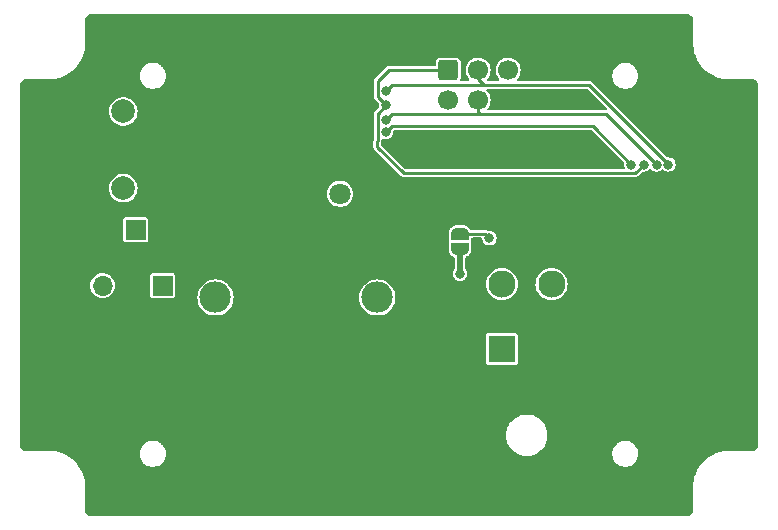
<source format=gbr>
%TF.GenerationSoftware,KiCad,Pcbnew,(7.0.0)*%
%TF.CreationDate,2025-02-23T22:01:52+09:00*%
%TF.ProjectId,EGTtoCANBus_Module,45475474-6f43-4414-9e42-75735f4d6f64,rev?*%
%TF.SameCoordinates,Original*%
%TF.FileFunction,Copper,L2,Bot*%
%TF.FilePolarity,Positive*%
%FSLAX46Y46*%
G04 Gerber Fmt 4.6, Leading zero omitted, Abs format (unit mm)*
G04 Created by KiCad (PCBNEW (7.0.0)) date 2025-02-23 22:01:52*
%MOMM*%
%LPD*%
G01*
G04 APERTURE LIST*
G04 Aperture macros list*
%AMRoundRect*
0 Rectangle with rounded corners*
0 $1 Rounding radius*
0 $2 $3 $4 $5 $6 $7 $8 $9 X,Y pos of 4 corners*
0 Add a 4 corners polygon primitive as box body*
4,1,4,$2,$3,$4,$5,$6,$7,$8,$9,$2,$3,0*
0 Add four circle primitives for the rounded corners*
1,1,$1+$1,$2,$3*
1,1,$1+$1,$4,$5*
1,1,$1+$1,$6,$7*
1,1,$1+$1,$8,$9*
0 Add four rect primitives between the rounded corners*
20,1,$1+$1,$2,$3,$4,$5,0*
20,1,$1+$1,$4,$5,$6,$7,0*
20,1,$1+$1,$6,$7,$8,$9,0*
20,1,$1+$1,$8,$9,$2,$3,0*%
%AMFreePoly0*
4,1,19,0.500000,-0.750000,0.000000,-0.750000,0.000000,-0.744911,-0.071157,-0.744911,-0.207708,-0.704816,-0.327430,-0.627875,-0.420627,-0.520320,-0.479746,-0.390866,-0.500000,-0.250000,-0.500000,0.250000,-0.479746,0.390866,-0.420627,0.520320,-0.327430,0.627875,-0.207708,0.704816,-0.071157,0.744911,0.000000,0.744911,0.000000,0.750000,0.500000,0.750000,0.500000,-0.750000,0.500000,-0.750000,
$1*%
%AMFreePoly1*
4,1,19,0.000000,0.744911,0.071157,0.744911,0.207708,0.704816,0.327430,0.627875,0.420627,0.520320,0.479746,0.390866,0.500000,0.250000,0.500000,-0.250000,0.479746,-0.390866,0.420627,-0.520320,0.327430,-0.627875,0.207708,-0.704816,0.071157,-0.744911,0.000000,-0.744911,0.000000,-0.750000,-0.500000,-0.750000,-0.500000,0.750000,0.000000,0.750000,0.000000,0.744911,0.000000,0.744911,
$1*%
G04 Aperture macros list end*
%TA.AperFunction,ComponentPad*%
%ADD10R,1.700000X1.700000*%
%TD*%
%TA.AperFunction,ComponentPad*%
%ADD11O,1.700000X1.700000*%
%TD*%
%TA.AperFunction,SMDPad,CuDef*%
%ADD12FreePoly0,270.000000*%
%TD*%
%TA.AperFunction,SMDPad,CuDef*%
%ADD13FreePoly1,270.000000*%
%TD*%
%TA.AperFunction,ComponentPad*%
%ADD14R,2.300000X2.300000*%
%TD*%
%TA.AperFunction,ComponentPad*%
%ADD15C,2.300000*%
%TD*%
%TA.AperFunction,ComponentPad*%
%ADD16R,1.800000X1.800000*%
%TD*%
%TA.AperFunction,ComponentPad*%
%ADD17C,1.800000*%
%TD*%
%TA.AperFunction,ComponentPad*%
%ADD18C,2.655000*%
%TD*%
%TA.AperFunction,ComponentPad*%
%ADD19C,2.000000*%
%TD*%
%TA.AperFunction,ComponentPad*%
%ADD20RoundRect,0.250000X-0.600000X0.600000X-0.600000X-0.600000X0.600000X-0.600000X0.600000X0.600000X0*%
%TD*%
%TA.AperFunction,ComponentPad*%
%ADD21C,1.700000*%
%TD*%
%TA.AperFunction,ViaPad*%
%ADD22C,0.800000*%
%TD*%
%TA.AperFunction,Conductor*%
%ADD23C,0.250000*%
%TD*%
%TA.AperFunction,Conductor*%
%ADD24C,0.500000*%
%TD*%
G04 APERTURE END LIST*
D10*
%TO.P,JP3,1,A*%
%TO.N,Net-(JP3-A)*%
X150289999Y-69774999D03*
D11*
%TO.P,JP3,2,B*%
%TO.N,GND*%
X147749999Y-69774999D03*
%TD*%
D10*
%TO.P,JP2,1,A*%
%TO.N,Net-(JP2-A)*%
X152579999Y-74499999D03*
D11*
%TO.P,JP2,2,C*%
%TO.N,GND*%
X150039999Y-74499999D03*
%TO.P,JP2,3,B*%
%TO.N,Net-(JP2-B)*%
X147499999Y-74499999D03*
%TD*%
D12*
%TO.P,JP1,1,A*%
%TO.N,CANL*%
X177750000Y-70100000D03*
D13*
%TO.P,JP1,2,B*%
%TO.N,Net-(JP1-B)*%
X177750000Y-71400000D03*
%TD*%
D14*
%TO.P,J2,1,1*%
%TO.N,VCC*%
X181299999Y-79869999D03*
D15*
%TO.P,J2,2,2*%
%TO.N,GND*%
X185500000Y-79870000D03*
%TO.P,J2,3,3*%
%TO.N,CANL*%
X181300000Y-74370000D03*
%TO.P,J2,4,4*%
%TO.N,CANH*%
X185500000Y-74370000D03*
%TD*%
D16*
%TO.P,D1,1,K*%
%TO.N,GND*%
X167599999Y-64199999D03*
D17*
%TO.P,D1,2,A*%
%TO.N,Net-(D1-A)*%
X167600000Y-66740000D03*
%TD*%
D18*
%TO.P,J3,N,NEG*%
%TO.N,Net-(J3-NEG)*%
X170750000Y-75500000D03*
%TO.P,J3,P,POS*%
%TO.N,Net-(J3-POS)*%
X157050000Y-75500000D03*
%TO.P,J3,S1,SHIELD*%
%TO.N,GND*%
X156150000Y-89000000D03*
%TO.P,J3,S2,SHIELD*%
X171850000Y-89000000D03*
%TD*%
D19*
%TO.P,RESET,1,1*%
%TO.N,GND*%
X144750000Y-59750000D03*
X144750000Y-66250000D03*
%TO.P,RESET,2,2*%
%TO.N,RST*%
X149250000Y-59750000D03*
X149250000Y-66250000D03*
%TD*%
D20*
%TO.P,J1,1,MISO*%
%TO.N,MISO*%
X176750000Y-56250000D03*
D21*
%TO.P,J1,2,VCC*%
%TO.N,+5V*%
X176750000Y-58790000D03*
%TO.P,J1,3,SCK*%
%TO.N,SCK*%
X179290000Y-56250000D03*
%TO.P,J1,4,MOSI*%
%TO.N,MOSI*%
X179290000Y-58790000D03*
%TO.P,J1,5,~{RST}*%
%TO.N,RST*%
X181830000Y-56250000D03*
%TO.P,J1,6,GND*%
%TO.N,GND*%
X181830000Y-58790000D03*
%TD*%
D22*
%TO.N,GND*%
X196000000Y-80000000D03*
X196000000Y-93000000D03*
X194750000Y-57250000D03*
X161250000Y-64750000D03*
X197000000Y-81000000D03*
X196000000Y-79000000D03*
X194750000Y-58500000D03*
X168250000Y-71750000D03*
X187000000Y-66800000D03*
X197500000Y-57250000D03*
X159750000Y-64750000D03*
X173000000Y-63000000D03*
X198000000Y-80000000D03*
X198000000Y-81000000D03*
X198000000Y-79000000D03*
X197000000Y-84000000D03*
X196000000Y-57250000D03*
X186000000Y-63000000D03*
X196000000Y-86000000D03*
X148000000Y-77750000D03*
X157800000Y-80800000D03*
X176800000Y-63000000D03*
X198250000Y-65750000D03*
X197000000Y-86000000D03*
X196250000Y-67000000D03*
X155200000Y-85600000D03*
X188250000Y-58750000D03*
X191800000Y-81000000D03*
X196000000Y-58500000D03*
X190000000Y-74000000D03*
X184500000Y-70000000D03*
X166500000Y-80000000D03*
X149000000Y-81000000D03*
X181750000Y-69050500D03*
X147000000Y-77750000D03*
X197000000Y-80000000D03*
X196995873Y-84978907D03*
X149000000Y-77750000D03*
X148000000Y-78750000D03*
X197500000Y-58500000D03*
X193000000Y-75800000D03*
X169000000Y-54750000D03*
X184000000Y-63000000D03*
X182000000Y-63000000D03*
X197000000Y-79000000D03*
X163400000Y-64600000D03*
X168000000Y-58400000D03*
X147000000Y-82000000D03*
X193500000Y-58500000D03*
X147000000Y-81000000D03*
X196000000Y-81000000D03*
X193000000Y-74600000D03*
X184500000Y-68500000D03*
X160500000Y-59250000D03*
X167800000Y-81000000D03*
X147000000Y-78750000D03*
X170800000Y-68800000D03*
X198000000Y-84000000D03*
X160400000Y-83200000D03*
X161000000Y-67750000D03*
X198000000Y-85000000D03*
X191000000Y-80000000D03*
X148000000Y-81000000D03*
X196000000Y-85000000D03*
X165750000Y-71750000D03*
X170200000Y-54800000D03*
X160000000Y-55500000D03*
X198000000Y-86000000D03*
X149000000Y-78750000D03*
X187000000Y-58750000D03*
X148000000Y-82000000D03*
X177400000Y-67800000D03*
X196000000Y-84000000D03*
X149000000Y-82000000D03*
%TO.N,SCK*%
X195401698Y-64250000D03*
X171500000Y-58000000D03*
%TO.N,MISO*%
X171500000Y-59250000D03*
X193300160Y-64250000D03*
%TO.N,MOSI*%
X194402195Y-64250000D03*
X171500453Y-60475258D03*
%TO.N,CANL*%
X180250000Y-70499500D03*
%TO.N,Net-(JP1-B)*%
X177750000Y-73500000D03*
%TO.N,CS1*%
X192250000Y-64250000D03*
X171500000Y-61500000D03*
%TD*%
D23*
%TO.N,SCK*%
X179290000Y-57040000D02*
X179750000Y-57500000D01*
X171500000Y-58000000D02*
X172000000Y-57500000D01*
X172000000Y-57500000D02*
X179750000Y-57500000D01*
X195401698Y-64224198D02*
X188677500Y-57500000D01*
X180750000Y-57500000D02*
X179750000Y-57500000D01*
X188677500Y-57500000D02*
X180750000Y-57500000D01*
X179290000Y-56250000D02*
X179290000Y-57040000D01*
X195401698Y-64250000D02*
X195401698Y-64224198D01*
%TO.N,MISO*%
X170775000Y-59975000D02*
X170775000Y-62275000D01*
X171724695Y-56250000D02*
X176750000Y-56250000D01*
X170775000Y-62275000D02*
X170750000Y-62300000D01*
X172975000Y-64975000D02*
X192575160Y-64975000D01*
X171500000Y-59250000D02*
X170775000Y-58525000D01*
X170750000Y-62300000D02*
X170750000Y-62750000D01*
X170775000Y-57199695D02*
X171724695Y-56250000D01*
X170775000Y-58525000D02*
X170775000Y-57199695D01*
X192575160Y-64975000D02*
X193300160Y-64250000D01*
X170750000Y-62750000D02*
X172975000Y-64975000D01*
X171500000Y-59250000D02*
X170775000Y-59975000D01*
%TO.N,MOSI*%
X171975711Y-60000000D02*
X179500000Y-60000000D01*
X179290000Y-59790000D02*
X179500000Y-60000000D01*
X179500000Y-60000000D02*
X190152195Y-60000000D01*
X190152195Y-60000000D02*
X194402195Y-64250000D01*
X171500453Y-60475258D02*
X171975711Y-60000000D01*
X179290000Y-58790000D02*
X179290000Y-59790000D01*
%TO.N,CANL*%
X179850500Y-70100000D02*
X177750000Y-70100000D01*
X180250000Y-70499500D02*
X179850500Y-70100000D01*
D24*
%TO.N,Net-(JP1-B)*%
X177750000Y-73500000D02*
X177750000Y-71400000D01*
D23*
%TO.N,CS1*%
X189000000Y-61000000D02*
X192250000Y-64250000D01*
X172000000Y-61000000D02*
X189000000Y-61000000D01*
X171500000Y-61500000D02*
X172000000Y-61000000D01*
%TD*%
%TA.AperFunction,Conductor*%
%TO.N,GND*%
G36*
X188861265Y-61334939D02*
G01*
X188901493Y-61361819D01*
X191617988Y-64078314D01*
X191647726Y-64126136D01*
X191653246Y-64182179D01*
X191645379Y-64241939D01*
X191644318Y-64250000D01*
X191645379Y-64258059D01*
X191663894Y-64398702D01*
X191663895Y-64398708D01*
X191664956Y-64406762D01*
X191668065Y-64414270D01*
X191668067Y-64414274D01*
X191694483Y-64478048D01*
X191703325Y-64537654D01*
X191683024Y-64594391D01*
X191638375Y-64634858D01*
X191579922Y-64649500D01*
X173161189Y-64649500D01*
X173113736Y-64640061D01*
X173073508Y-64613181D01*
X171111819Y-62651493D01*
X171084939Y-62611265D01*
X171075500Y-62563812D01*
X171075500Y-62432114D01*
X171082253Y-62393819D01*
X171085588Y-62388045D01*
X171092150Y-62350822D01*
X171094478Y-62340321D01*
X171104263Y-62303807D01*
X171100972Y-62266189D01*
X171100500Y-62255382D01*
X171100500Y-62170078D01*
X171115142Y-62111625D01*
X171155609Y-62066976D01*
X171212346Y-62046675D01*
X171271952Y-62055517D01*
X171334930Y-62081603D01*
X171343238Y-62085044D01*
X171500000Y-62105682D01*
X171656762Y-62085044D01*
X171802841Y-62024536D01*
X171928282Y-61928282D01*
X172024536Y-61802841D01*
X172085044Y-61656762D01*
X172105682Y-61500000D01*
X172101164Y-61465685D01*
X172111720Y-61397096D01*
X172157477Y-61344920D01*
X172224103Y-61325500D01*
X188813812Y-61325500D01*
X188861265Y-61334939D01*
G37*
%TD.AperFunction*%
%TA.AperFunction,Conductor*%
G36*
X188538765Y-57834939D02*
G01*
X188578993Y-57861819D01*
X190179993Y-59462819D01*
X190210243Y-59512182D01*
X190214785Y-59569898D01*
X190192630Y-59623385D01*
X190148607Y-59660985D01*
X190092312Y-59674500D01*
X180185258Y-59674500D01*
X180118918Y-59655262D01*
X180073163Y-59603517D01*
X180062191Y-59535321D01*
X180089405Y-59471835D01*
X180096804Y-59462819D01*
X180167685Y-59376450D01*
X180265232Y-59193954D01*
X180325300Y-58995934D01*
X180345583Y-58790000D01*
X180325300Y-58584066D01*
X180265232Y-58386046D01*
X180167685Y-58203550D01*
X180036410Y-58043590D01*
X180031703Y-58039727D01*
X180029157Y-58037181D01*
X179998907Y-57987818D01*
X179994365Y-57930102D01*
X180016520Y-57876615D01*
X180060543Y-57839015D01*
X180116838Y-57825500D01*
X180721525Y-57825500D01*
X180778475Y-57825500D01*
X188491312Y-57825500D01*
X188538765Y-57834939D01*
G37*
%TD.AperFunction*%
%TA.AperFunction,Conductor*%
G36*
X197011857Y-51501561D02*
G01*
X197113223Y-51514906D01*
X197144491Y-51523284D01*
X197234918Y-51560740D01*
X197262952Y-51576925D01*
X197340602Y-51636509D01*
X197363491Y-51659398D01*
X197423074Y-51737048D01*
X197439259Y-51765081D01*
X197476715Y-51855508D01*
X197485093Y-51886775D01*
X197498439Y-51988142D01*
X197499500Y-52004328D01*
X197499500Y-54000098D01*
X197499501Y-54000100D01*
X197499501Y-54157249D01*
X197499838Y-54160459D01*
X197499839Y-54160470D01*
X197532034Y-54466788D01*
X197532036Y-54466802D01*
X197532375Y-54470025D01*
X197533050Y-54473204D01*
X197533052Y-54473212D01*
X197597088Y-54774479D01*
X197597091Y-54774492D01*
X197597763Y-54777651D01*
X197598763Y-54780730D01*
X197598764Y-54780732D01*
X197693944Y-55073670D01*
X197693946Y-55073675D01*
X197694948Y-55076758D01*
X197696262Y-55079711D01*
X197696267Y-55079722D01*
X197821543Y-55361097D01*
X197821546Y-55361103D01*
X197822866Y-55364067D01*
X197824488Y-55366878D01*
X197824492Y-55366884D01*
X197978490Y-55633616D01*
X197978491Y-55633617D01*
X197980116Y-55636431D01*
X197982027Y-55639061D01*
X198163066Y-55888241D01*
X198163074Y-55888250D01*
X198164974Y-55890866D01*
X198167142Y-55893274D01*
X198167143Y-55893275D01*
X198269592Y-56007056D01*
X198375415Y-56124585D01*
X198609133Y-56335026D01*
X198611750Y-56336927D01*
X198611757Y-56336933D01*
X198735236Y-56426645D01*
X198863568Y-56519884D01*
X198866377Y-56521505D01*
X198866382Y-56521509D01*
X199133115Y-56675507D01*
X199133117Y-56675508D01*
X199135932Y-56677133D01*
X199423241Y-56805052D01*
X199722348Y-56902237D01*
X200029974Y-56967625D01*
X200342750Y-57000499D01*
X200499901Y-57000499D01*
X200500000Y-57000499D01*
X200500500Y-57000499D01*
X202495672Y-57000499D01*
X202511857Y-57001560D01*
X202613223Y-57014905D01*
X202644491Y-57023283D01*
X202734918Y-57060739D01*
X202762951Y-57076924D01*
X202788526Y-57096548D01*
X202840602Y-57136508D01*
X202863490Y-57159396D01*
X202872917Y-57171681D01*
X202923074Y-57237047D01*
X202939259Y-57265080D01*
X202976715Y-57355507D01*
X202985093Y-57386774D01*
X202998439Y-57488141D01*
X202999500Y-57504327D01*
X202999500Y-87995672D01*
X202998439Y-88011858D01*
X202985093Y-88113224D01*
X202976715Y-88144491D01*
X202939259Y-88234918D01*
X202923074Y-88262951D01*
X202863491Y-88340601D01*
X202840601Y-88363491D01*
X202762951Y-88423074D01*
X202734918Y-88439259D01*
X202644491Y-88476715D01*
X202613224Y-88485093D01*
X202523822Y-88496863D01*
X202511856Y-88498439D01*
X202495672Y-88499500D01*
X200499902Y-88499500D01*
X200499900Y-88499500D01*
X200499898Y-88499501D01*
X200342751Y-88499501D01*
X200339541Y-88499838D01*
X200339529Y-88499839D01*
X200033211Y-88532034D01*
X200033194Y-88532036D01*
X200029975Y-88532375D01*
X200026798Y-88533050D01*
X200026787Y-88533052D01*
X199725520Y-88597088D01*
X199725502Y-88597092D01*
X199722349Y-88597763D01*
X199719273Y-88598762D01*
X199719267Y-88598764D01*
X199426329Y-88693944D01*
X199426312Y-88693950D01*
X199423242Y-88694948D01*
X199420294Y-88696260D01*
X199420277Y-88696267D01*
X199138902Y-88821543D01*
X199138884Y-88821551D01*
X199135933Y-88822866D01*
X199133129Y-88824484D01*
X199133115Y-88824492D01*
X198866383Y-88978490D01*
X198866364Y-88978501D01*
X198863569Y-88980116D01*
X198860944Y-88982022D01*
X198860938Y-88982027D01*
X198611758Y-89163066D01*
X198611739Y-89163081D01*
X198609134Y-89164974D01*
X198606734Y-89167134D01*
X198606724Y-89167143D01*
X198377824Y-89373245D01*
X198377814Y-89373254D01*
X198375415Y-89375415D01*
X198373254Y-89377814D01*
X198373245Y-89377824D01*
X198167143Y-89606723D01*
X198167134Y-89606733D01*
X198164974Y-89609133D01*
X198163081Y-89611738D01*
X198163066Y-89611757D01*
X197982027Y-89860937D01*
X197982022Y-89860943D01*
X197980116Y-89863568D01*
X197978502Y-89866363D01*
X197978490Y-89866382D01*
X197824492Y-90133115D01*
X197824481Y-90133135D01*
X197822867Y-90135932D01*
X197821549Y-90138890D01*
X197821547Y-90138896D01*
X197696264Y-90420284D01*
X197696260Y-90420292D01*
X197694948Y-90423241D01*
X197597763Y-90722348D01*
X197597092Y-90725501D01*
X197597088Y-90725519D01*
X197533052Y-91026786D01*
X197533050Y-91026797D01*
X197532375Y-91029974D01*
X197532036Y-91033193D01*
X197532034Y-91033210D01*
X197499839Y-91339528D01*
X197499838Y-91339540D01*
X197499501Y-91342750D01*
X197499501Y-91345992D01*
X197499501Y-93495672D01*
X197498440Y-93511858D01*
X197485094Y-93613224D01*
X197476716Y-93644491D01*
X197439260Y-93734918D01*
X197423075Y-93762951D01*
X197363492Y-93840601D01*
X197340602Y-93863491D01*
X197262952Y-93923074D01*
X197234919Y-93939259D01*
X197144492Y-93976715D01*
X197113225Y-93985093D01*
X197023823Y-93996863D01*
X197011857Y-93998439D01*
X196995673Y-93999500D01*
X146504328Y-93999500D01*
X146488143Y-93998439D01*
X146474424Y-93996632D01*
X146386775Y-93985093D01*
X146355508Y-93976715D01*
X146265081Y-93939259D01*
X146237048Y-93923074D01*
X146159398Y-93863491D01*
X146136508Y-93840601D01*
X146076925Y-93762951D01*
X146060740Y-93734918D01*
X146023284Y-93644491D01*
X146014906Y-93613223D01*
X146001561Y-93511857D01*
X146000500Y-93495672D01*
X146000500Y-91345992D01*
X146000500Y-91342750D01*
X145967626Y-91029974D01*
X145902238Y-90722348D01*
X145805053Y-90423241D01*
X145677134Y-90135932D01*
X145598798Y-90000250D01*
X145521510Y-89866382D01*
X145521506Y-89866377D01*
X145519885Y-89863568D01*
X145425917Y-89734232D01*
X145336934Y-89611757D01*
X145336928Y-89611750D01*
X145335027Y-89609133D01*
X145124586Y-89375414D01*
X144890867Y-89164973D01*
X144888251Y-89163073D01*
X144888242Y-89163065D01*
X144686054Y-89016167D01*
X144636432Y-88980115D01*
X144633627Y-88978495D01*
X144633617Y-88978489D01*
X144366884Y-88824491D01*
X144366872Y-88824484D01*
X144364068Y-88822866D01*
X144200409Y-88750000D01*
X150644785Y-88750000D01*
X150645314Y-88755709D01*
X150660567Y-88920326D01*
X150663603Y-88953083D01*
X150665171Y-88958594D01*
X150665173Y-88958604D01*
X150717847Y-89143731D01*
X150717849Y-89143737D01*
X150719418Y-89149250D01*
X150810327Y-89331821D01*
X150813779Y-89336392D01*
X150929778Y-89490001D01*
X150929783Y-89490006D01*
X150933236Y-89494579D01*
X150937472Y-89498440D01*
X150937476Y-89498445D01*
X151039227Y-89591203D01*
X151083959Y-89631981D01*
X151257363Y-89739348D01*
X151447544Y-89813024D01*
X151648024Y-89850500D01*
X151846247Y-89850500D01*
X151851976Y-89850500D01*
X152052456Y-89813024D01*
X152242637Y-89739348D01*
X152416041Y-89631981D01*
X152566764Y-89494579D01*
X152689673Y-89331821D01*
X152780582Y-89149250D01*
X152836397Y-88953083D01*
X152855215Y-88750000D01*
X152836397Y-88546917D01*
X152832259Y-88532375D01*
X152782152Y-88356268D01*
X152780582Y-88350750D01*
X152689673Y-88168179D01*
X152598695Y-88047704D01*
X152570221Y-88009998D01*
X152570217Y-88009994D01*
X152566764Y-88005421D01*
X152562527Y-88001558D01*
X152562523Y-88001554D01*
X152420275Y-87871879D01*
X152420276Y-87871879D01*
X152416041Y-87868019D01*
X152411171Y-87865004D01*
X152411169Y-87865002D01*
X152293497Y-87792143D01*
X152242637Y-87760652D01*
X152237294Y-87758582D01*
X152057803Y-87689047D01*
X152057798Y-87689045D01*
X152052456Y-87686976D01*
X152046818Y-87685922D01*
X151857605Y-87650552D01*
X151857602Y-87650551D01*
X151851976Y-87649500D01*
X151648024Y-87649500D01*
X151642398Y-87650551D01*
X151642394Y-87650552D01*
X151453181Y-87685922D01*
X151453178Y-87685922D01*
X151447544Y-87686976D01*
X151442203Y-87689044D01*
X151442196Y-87689047D01*
X151262705Y-87758582D01*
X151262700Y-87758584D01*
X151257363Y-87760652D01*
X151252491Y-87763668D01*
X151252488Y-87763670D01*
X151088830Y-87865002D01*
X151088822Y-87865007D01*
X151083959Y-87868019D01*
X151079728Y-87871875D01*
X151079724Y-87871879D01*
X150937476Y-88001554D01*
X150937466Y-88001564D01*
X150933236Y-88005421D01*
X150929787Y-88009987D01*
X150929778Y-88009998D01*
X150813779Y-88163607D01*
X150813776Y-88163611D01*
X150810327Y-88168179D01*
X150807774Y-88173304D01*
X150807772Y-88173309D01*
X150721976Y-88345612D01*
X150719418Y-88350750D01*
X150717850Y-88356258D01*
X150717847Y-88356268D01*
X150665173Y-88541395D01*
X150665170Y-88541406D01*
X150663603Y-88546917D01*
X150663073Y-88552627D01*
X150663073Y-88552632D01*
X150649979Y-88693944D01*
X150644785Y-88750000D01*
X144200409Y-88750000D01*
X144076759Y-88694947D01*
X143777652Y-88597762D01*
X143774493Y-88597090D01*
X143774480Y-88597087D01*
X143473213Y-88533051D01*
X143473205Y-88533049D01*
X143470026Y-88532374D01*
X143466803Y-88532035D01*
X143466789Y-88532033D01*
X143160471Y-88499838D01*
X143160460Y-88499837D01*
X143157250Y-88499500D01*
X143154008Y-88499500D01*
X141004328Y-88499500D01*
X140988143Y-88498439D01*
X140974424Y-88496632D01*
X140886775Y-88485093D01*
X140855508Y-88476715D01*
X140765081Y-88439259D01*
X140737048Y-88423074D01*
X140659398Y-88363491D01*
X140636508Y-88340601D01*
X140576925Y-88262951D01*
X140560740Y-88234918D01*
X140523284Y-88144491D01*
X140514906Y-88113223D01*
X140501561Y-88011857D01*
X140500500Y-87995672D01*
X140500500Y-87301182D01*
X181649500Y-87301182D01*
X181650189Y-87305754D01*
X181650190Y-87305765D01*
X181687912Y-87556028D01*
X181687913Y-87556035D01*
X181688604Y-87560615D01*
X181689969Y-87565043D01*
X181689971Y-87565048D01*
X181764569Y-87806891D01*
X181764573Y-87806901D01*
X181765937Y-87811323D01*
X181767946Y-87815496D01*
X181767949Y-87815502D01*
X181861264Y-88009272D01*
X181879772Y-88047704D01*
X182027567Y-88264479D01*
X182206019Y-88456805D01*
X182411143Y-88620386D01*
X182638357Y-88751568D01*
X182882584Y-88847420D01*
X183138370Y-88905802D01*
X183334506Y-88920500D01*
X183463177Y-88920500D01*
X183465494Y-88920500D01*
X183661630Y-88905802D01*
X183917416Y-88847420D01*
X184161643Y-88751568D01*
X184164359Y-88750000D01*
X190644785Y-88750000D01*
X190645314Y-88755709D01*
X190660567Y-88920326D01*
X190663603Y-88953083D01*
X190665171Y-88958594D01*
X190665173Y-88958604D01*
X190717847Y-89143731D01*
X190717849Y-89143737D01*
X190719418Y-89149250D01*
X190810327Y-89331821D01*
X190813779Y-89336392D01*
X190929778Y-89490001D01*
X190929783Y-89490006D01*
X190933236Y-89494579D01*
X190937472Y-89498440D01*
X190937476Y-89498445D01*
X191039227Y-89591203D01*
X191083959Y-89631981D01*
X191257363Y-89739348D01*
X191447544Y-89813024D01*
X191648024Y-89850500D01*
X191846247Y-89850500D01*
X191851976Y-89850500D01*
X192052456Y-89813024D01*
X192242637Y-89739348D01*
X192416041Y-89631981D01*
X192566764Y-89494579D01*
X192689673Y-89331821D01*
X192780582Y-89149250D01*
X192836397Y-88953083D01*
X192855215Y-88750000D01*
X192836397Y-88546917D01*
X192832259Y-88532375D01*
X192782152Y-88356268D01*
X192780582Y-88350750D01*
X192689673Y-88168179D01*
X192598695Y-88047704D01*
X192570221Y-88009998D01*
X192570217Y-88009994D01*
X192566764Y-88005421D01*
X192562527Y-88001558D01*
X192562523Y-88001554D01*
X192420275Y-87871879D01*
X192420276Y-87871879D01*
X192416041Y-87868019D01*
X192411171Y-87865004D01*
X192411169Y-87865002D01*
X192293497Y-87792143D01*
X192242637Y-87760652D01*
X192237294Y-87758582D01*
X192057803Y-87689047D01*
X192057798Y-87689045D01*
X192052456Y-87686976D01*
X192046818Y-87685922D01*
X191857605Y-87650552D01*
X191857602Y-87650551D01*
X191851976Y-87649500D01*
X191648024Y-87649500D01*
X191642398Y-87650551D01*
X191642394Y-87650552D01*
X191453181Y-87685922D01*
X191453178Y-87685922D01*
X191447544Y-87686976D01*
X191442203Y-87689044D01*
X191442196Y-87689047D01*
X191262705Y-87758582D01*
X191262700Y-87758584D01*
X191257363Y-87760652D01*
X191252491Y-87763668D01*
X191252488Y-87763670D01*
X191088830Y-87865002D01*
X191088822Y-87865007D01*
X191083959Y-87868019D01*
X191079728Y-87871875D01*
X191079724Y-87871879D01*
X190937476Y-88001554D01*
X190937466Y-88001564D01*
X190933236Y-88005421D01*
X190929787Y-88009987D01*
X190929778Y-88009998D01*
X190813779Y-88163607D01*
X190813776Y-88163611D01*
X190810327Y-88168179D01*
X190807774Y-88173304D01*
X190807772Y-88173309D01*
X190721976Y-88345612D01*
X190719418Y-88350750D01*
X190717850Y-88356258D01*
X190717847Y-88356268D01*
X190665173Y-88541395D01*
X190665170Y-88541406D01*
X190663603Y-88546917D01*
X190663073Y-88552627D01*
X190663073Y-88552632D01*
X190649979Y-88693944D01*
X190644785Y-88750000D01*
X184164359Y-88750000D01*
X184388857Y-88620386D01*
X184593981Y-88456805D01*
X184772433Y-88264479D01*
X184920228Y-88047704D01*
X185034063Y-87811323D01*
X185111396Y-87560615D01*
X185150500Y-87301182D01*
X185150500Y-87038818D01*
X185111396Y-86779385D01*
X185034063Y-86528677D01*
X184920228Y-86292296D01*
X184772433Y-86075521D01*
X184593981Y-85883195D01*
X184388857Y-85719614D01*
X184294216Y-85664973D01*
X184165664Y-85590753D01*
X184165658Y-85590750D01*
X184161643Y-85588432D01*
X184157324Y-85586737D01*
X184157318Y-85586734D01*
X183921738Y-85494276D01*
X183921734Y-85494275D01*
X183917416Y-85492580D01*
X183912893Y-85491547D01*
X183912891Y-85491547D01*
X183666149Y-85435229D01*
X183666143Y-85435228D01*
X183661630Y-85434198D01*
X183657008Y-85433851D01*
X183657004Y-85433851D01*
X183467808Y-85419673D01*
X183467797Y-85419672D01*
X183465494Y-85419500D01*
X183334506Y-85419500D01*
X183332203Y-85419672D01*
X183332191Y-85419673D01*
X183142995Y-85433851D01*
X183142989Y-85433851D01*
X183138370Y-85434198D01*
X183133858Y-85435227D01*
X183133850Y-85435229D01*
X182887108Y-85491547D01*
X182887102Y-85491548D01*
X182882584Y-85492580D01*
X182878268Y-85494273D01*
X182878261Y-85494276D01*
X182642681Y-85586734D01*
X182642670Y-85586739D01*
X182638357Y-85588432D01*
X182634346Y-85590747D01*
X182634335Y-85590753D01*
X182415161Y-85717294D01*
X182411143Y-85719614D01*
X182407519Y-85722503D01*
X182407516Y-85722506D01*
X182209646Y-85880302D01*
X182209641Y-85880306D01*
X182206019Y-85883195D01*
X182202865Y-85886593D01*
X182202863Y-85886596D01*
X182030719Y-86072123D01*
X182030713Y-86072129D01*
X182027567Y-86075521D01*
X181879772Y-86292296D01*
X181877759Y-86296474D01*
X181877756Y-86296481D01*
X181767949Y-86524497D01*
X181767944Y-86524508D01*
X181765937Y-86528677D01*
X181764574Y-86533093D01*
X181764569Y-86533108D01*
X181689971Y-86774951D01*
X181689968Y-86774959D01*
X181688604Y-86779385D01*
X181687914Y-86783961D01*
X181687912Y-86783971D01*
X181650190Y-87034234D01*
X181650189Y-87034246D01*
X181649500Y-87038818D01*
X181649500Y-87301182D01*
X140500500Y-87301182D01*
X140500500Y-81039748D01*
X179949500Y-81039748D01*
X179961133Y-81098231D01*
X180005448Y-81164552D01*
X180071769Y-81208867D01*
X180130252Y-81220500D01*
X182463652Y-81220500D01*
X182469748Y-81220500D01*
X182528231Y-81208867D01*
X182594552Y-81164552D01*
X182638867Y-81098231D01*
X182650500Y-81039748D01*
X182650500Y-78700252D01*
X182638867Y-78641769D01*
X182594552Y-78575448D01*
X182528231Y-78531133D01*
X182516253Y-78528750D01*
X182516252Y-78528750D01*
X182475728Y-78520689D01*
X182475723Y-78520688D01*
X182469748Y-78519500D01*
X180130252Y-78519500D01*
X180124277Y-78520688D01*
X180124271Y-78520689D01*
X180083747Y-78528750D01*
X180083745Y-78528750D01*
X180071769Y-78531133D01*
X180061618Y-78537915D01*
X180061615Y-78537917D01*
X180015601Y-78568663D01*
X180015598Y-78568665D01*
X180005448Y-78575448D01*
X179998665Y-78585598D01*
X179998663Y-78585601D01*
X179967917Y-78631615D01*
X179967915Y-78631618D01*
X179961133Y-78641769D01*
X179958750Y-78653745D01*
X179958750Y-78653747D01*
X179950689Y-78694271D01*
X179950688Y-78694277D01*
X179949500Y-78700252D01*
X179949500Y-81039748D01*
X140500500Y-81039748D01*
X140500500Y-74500000D01*
X146444417Y-74500000D01*
X146445014Y-74506061D01*
X146464102Y-74699869D01*
X146464103Y-74699875D01*
X146464700Y-74705934D01*
X146466467Y-74711759D01*
X146466468Y-74711764D01*
X146501858Y-74828430D01*
X146524768Y-74903954D01*
X146622315Y-75086450D01*
X146626178Y-75091157D01*
X146745839Y-75236966D01*
X146753590Y-75246410D01*
X146913550Y-75377685D01*
X147096046Y-75475232D01*
X147294066Y-75535300D01*
X147500000Y-75555583D01*
X147705934Y-75535300D01*
X147903954Y-75475232D01*
X148086450Y-75377685D01*
X148096121Y-75369748D01*
X151529500Y-75369748D01*
X151530688Y-75375723D01*
X151530689Y-75375728D01*
X151536445Y-75404663D01*
X151541133Y-75428231D01*
X151547916Y-75438383D01*
X151547917Y-75438384D01*
X151572538Y-75475232D01*
X151585448Y-75494552D01*
X151651769Y-75538867D01*
X151710252Y-75550500D01*
X153443652Y-75550500D01*
X153449748Y-75550500D01*
X153508231Y-75538867D01*
X153566399Y-75500000D01*
X155517275Y-75500000D01*
X155517657Y-75504854D01*
X155533450Y-75705534D01*
X155536145Y-75739771D01*
X155537280Y-75744500D01*
X155537281Y-75744504D01*
X155591154Y-75968901D01*
X155591156Y-75968909D01*
X155592292Y-75973638D01*
X155684332Y-76195843D01*
X155686879Y-76200000D01*
X155686880Y-76200001D01*
X155807452Y-76396758D01*
X155807457Y-76396765D01*
X155809999Y-76400913D01*
X155813158Y-76404612D01*
X155813162Y-76404617D01*
X155963039Y-76580099D01*
X155966200Y-76583800D01*
X156149087Y-76740001D01*
X156153237Y-76742544D01*
X156153241Y-76742547D01*
X156259595Y-76807720D01*
X156354157Y-76865668D01*
X156576362Y-76957708D01*
X156810229Y-77013855D01*
X157050000Y-77032725D01*
X157289771Y-77013855D01*
X157523638Y-76957708D01*
X157745843Y-76865668D01*
X157950913Y-76740001D01*
X158133800Y-76583800D01*
X158290001Y-76400913D01*
X158415668Y-76195843D01*
X158507708Y-75973638D01*
X158563855Y-75739771D01*
X158582725Y-75500000D01*
X169217275Y-75500000D01*
X169217657Y-75504854D01*
X169233450Y-75705534D01*
X169236145Y-75739771D01*
X169237280Y-75744500D01*
X169237281Y-75744504D01*
X169291154Y-75968901D01*
X169291156Y-75968909D01*
X169292292Y-75973638D01*
X169384332Y-76195843D01*
X169386879Y-76200000D01*
X169386880Y-76200001D01*
X169507452Y-76396758D01*
X169507457Y-76396765D01*
X169509999Y-76400913D01*
X169513158Y-76404612D01*
X169513162Y-76404617D01*
X169663039Y-76580099D01*
X169666200Y-76583800D01*
X169849087Y-76740001D01*
X169853237Y-76742544D01*
X169853241Y-76742547D01*
X169959595Y-76807720D01*
X170054157Y-76865668D01*
X170276362Y-76957708D01*
X170510229Y-77013855D01*
X170750000Y-77032725D01*
X170989771Y-77013855D01*
X171223638Y-76957708D01*
X171445843Y-76865668D01*
X171650913Y-76740001D01*
X171833800Y-76583800D01*
X171990001Y-76400913D01*
X172115668Y-76195843D01*
X172207708Y-75973638D01*
X172263855Y-75739771D01*
X172282725Y-75500000D01*
X172263855Y-75260229D01*
X172207708Y-75026362D01*
X172115668Y-74804157D01*
X171990001Y-74599087D01*
X171833800Y-74416200D01*
X171779707Y-74370000D01*
X179944341Y-74370000D01*
X179944813Y-74375395D01*
X179964059Y-74595382D01*
X179964937Y-74605408D01*
X179966336Y-74610630D01*
X179966337Y-74610634D01*
X180024694Y-74828430D01*
X180024697Y-74828438D01*
X180026097Y-74833663D01*
X180028385Y-74838570D01*
X180028386Y-74838572D01*
X180123678Y-75042927D01*
X180123681Y-75042933D01*
X180125965Y-75047830D01*
X180129064Y-75052257D01*
X180129066Y-75052259D01*
X180258399Y-75236966D01*
X180258402Y-75236970D01*
X180261505Y-75241401D01*
X180428599Y-75408495D01*
X180622170Y-75544035D01*
X180627070Y-75546320D01*
X180627072Y-75546321D01*
X180681443Y-75571674D01*
X180836337Y-75643903D01*
X181064592Y-75705063D01*
X181300000Y-75725659D01*
X181535408Y-75705063D01*
X181763663Y-75643903D01*
X181977830Y-75544035D01*
X182171401Y-75408495D01*
X182338495Y-75241401D01*
X182474035Y-75047830D01*
X182573903Y-74833663D01*
X182635063Y-74605408D01*
X182655659Y-74370000D01*
X184144341Y-74370000D01*
X184144813Y-74375395D01*
X184164059Y-74595382D01*
X184164937Y-74605408D01*
X184166336Y-74610630D01*
X184166337Y-74610634D01*
X184224694Y-74828430D01*
X184224697Y-74828438D01*
X184226097Y-74833663D01*
X184228385Y-74838570D01*
X184228386Y-74838572D01*
X184323678Y-75042927D01*
X184323681Y-75042933D01*
X184325965Y-75047830D01*
X184329064Y-75052257D01*
X184329066Y-75052259D01*
X184458399Y-75236966D01*
X184458402Y-75236970D01*
X184461505Y-75241401D01*
X184628599Y-75408495D01*
X184822170Y-75544035D01*
X184827070Y-75546320D01*
X184827072Y-75546321D01*
X184881443Y-75571674D01*
X185036337Y-75643903D01*
X185264592Y-75705063D01*
X185500000Y-75725659D01*
X185735408Y-75705063D01*
X185963663Y-75643903D01*
X186177830Y-75544035D01*
X186371401Y-75408495D01*
X186538495Y-75241401D01*
X186674035Y-75047830D01*
X186773903Y-74833663D01*
X186835063Y-74605408D01*
X186855659Y-74370000D01*
X186835063Y-74134592D01*
X186773903Y-73906337D01*
X186674035Y-73692171D01*
X186538495Y-73498599D01*
X186371401Y-73331505D01*
X186366970Y-73328402D01*
X186366966Y-73328399D01*
X186182259Y-73199066D01*
X186182257Y-73199064D01*
X186177830Y-73195965D01*
X186172933Y-73193681D01*
X186172927Y-73193678D01*
X185968572Y-73098386D01*
X185968570Y-73098385D01*
X185963663Y-73096097D01*
X185958438Y-73094697D01*
X185958430Y-73094694D01*
X185740634Y-73036337D01*
X185740630Y-73036336D01*
X185735408Y-73034937D01*
X185730020Y-73034465D01*
X185730017Y-73034465D01*
X185505395Y-73014813D01*
X185500000Y-73014341D01*
X185494605Y-73014813D01*
X185269982Y-73034465D01*
X185269977Y-73034465D01*
X185264592Y-73034937D01*
X185259371Y-73036335D01*
X185259365Y-73036337D01*
X185041569Y-73094694D01*
X185041557Y-73094698D01*
X185036337Y-73096097D01*
X185031432Y-73098383D01*
X185031427Y-73098386D01*
X184827081Y-73193675D01*
X184827077Y-73193677D01*
X184822171Y-73195965D01*
X184817738Y-73199068D01*
X184817731Y-73199073D01*
X184633034Y-73328399D01*
X184633029Y-73328402D01*
X184628599Y-73331505D01*
X184624775Y-73335328D01*
X184624769Y-73335334D01*
X184465334Y-73494769D01*
X184465328Y-73494775D01*
X184461505Y-73498599D01*
X184458402Y-73503029D01*
X184458399Y-73503034D01*
X184329073Y-73687731D01*
X184329068Y-73687738D01*
X184325965Y-73692171D01*
X184323677Y-73697077D01*
X184323675Y-73697081D01*
X184228386Y-73901427D01*
X184228383Y-73901432D01*
X184226097Y-73906337D01*
X184224698Y-73911557D01*
X184224694Y-73911569D01*
X184166337Y-74129365D01*
X184166335Y-74129371D01*
X184164937Y-74134592D01*
X184164465Y-74139977D01*
X184164465Y-74139982D01*
X184150454Y-74300130D01*
X184144341Y-74370000D01*
X182655659Y-74370000D01*
X182635063Y-74134592D01*
X182573903Y-73906337D01*
X182474035Y-73692171D01*
X182338495Y-73498599D01*
X182171401Y-73331505D01*
X182166970Y-73328402D01*
X182166966Y-73328399D01*
X181982259Y-73199066D01*
X181982257Y-73199064D01*
X181977830Y-73195965D01*
X181972933Y-73193681D01*
X181972927Y-73193678D01*
X181768572Y-73098386D01*
X181768570Y-73098385D01*
X181763663Y-73096097D01*
X181758438Y-73094697D01*
X181758430Y-73094694D01*
X181540634Y-73036337D01*
X181540630Y-73036336D01*
X181535408Y-73034937D01*
X181530020Y-73034465D01*
X181530017Y-73034465D01*
X181305395Y-73014813D01*
X181300000Y-73014341D01*
X181294605Y-73014813D01*
X181069982Y-73034465D01*
X181069977Y-73034465D01*
X181064592Y-73034937D01*
X181059371Y-73036335D01*
X181059365Y-73036337D01*
X180841569Y-73094694D01*
X180841557Y-73094698D01*
X180836337Y-73096097D01*
X180831432Y-73098383D01*
X180831427Y-73098386D01*
X180627081Y-73193675D01*
X180627077Y-73193677D01*
X180622171Y-73195965D01*
X180617738Y-73199068D01*
X180617731Y-73199073D01*
X180433034Y-73328399D01*
X180433029Y-73328402D01*
X180428599Y-73331505D01*
X180424775Y-73335328D01*
X180424769Y-73335334D01*
X180265334Y-73494769D01*
X180265328Y-73494775D01*
X180261505Y-73498599D01*
X180258402Y-73503029D01*
X180258399Y-73503034D01*
X180129073Y-73687731D01*
X180129068Y-73687738D01*
X180125965Y-73692171D01*
X180123677Y-73697077D01*
X180123675Y-73697081D01*
X180028386Y-73901427D01*
X180028383Y-73901432D01*
X180026097Y-73906337D01*
X180024698Y-73911557D01*
X180024694Y-73911569D01*
X179966337Y-74129365D01*
X179966335Y-74129371D01*
X179964937Y-74134592D01*
X179964465Y-74139977D01*
X179964465Y-74139982D01*
X179950454Y-74300130D01*
X179944341Y-74370000D01*
X171779707Y-74370000D01*
X171654617Y-74263162D01*
X171654612Y-74263158D01*
X171650913Y-74259999D01*
X171646765Y-74257457D01*
X171646758Y-74257452D01*
X171450001Y-74136880D01*
X171450000Y-74136879D01*
X171445843Y-74134332D01*
X171223638Y-74042292D01*
X171218909Y-74041156D01*
X171218901Y-74041154D01*
X170994504Y-73987281D01*
X170994500Y-73987280D01*
X170989771Y-73986145D01*
X170984920Y-73985763D01*
X170984919Y-73985763D01*
X170754854Y-73967657D01*
X170750000Y-73967275D01*
X170745146Y-73967657D01*
X170515080Y-73985763D01*
X170515077Y-73985763D01*
X170510229Y-73986145D01*
X170505501Y-73987279D01*
X170505495Y-73987281D01*
X170281098Y-74041154D01*
X170281086Y-74041157D01*
X170276362Y-74042292D01*
X170271865Y-74044154D01*
X170271861Y-74044156D01*
X170058661Y-74132466D01*
X170058656Y-74132468D01*
X170054157Y-74134332D01*
X170050004Y-74136876D01*
X170049998Y-74136880D01*
X169853241Y-74257452D01*
X169853228Y-74257461D01*
X169849087Y-74259999D01*
X169845392Y-74263154D01*
X169845382Y-74263162D01*
X169669900Y-74413039D01*
X169669893Y-74413045D01*
X169666200Y-74416200D01*
X169663045Y-74419893D01*
X169663039Y-74419900D01*
X169513162Y-74595382D01*
X169513154Y-74595392D01*
X169509999Y-74599087D01*
X169507461Y-74603228D01*
X169507452Y-74603241D01*
X169386880Y-74799998D01*
X169386876Y-74800004D01*
X169384332Y-74804157D01*
X169382468Y-74808656D01*
X169382466Y-74808661D01*
X169340769Y-74909328D01*
X169292292Y-75026362D01*
X169291157Y-75031086D01*
X169291154Y-75031098D01*
X169237281Y-75255495D01*
X169237279Y-75255501D01*
X169236145Y-75260229D01*
X169235763Y-75265077D01*
X169235763Y-75265080D01*
X169227526Y-75369748D01*
X169217275Y-75500000D01*
X158582725Y-75500000D01*
X158563855Y-75260229D01*
X158507708Y-75026362D01*
X158415668Y-74804157D01*
X158290001Y-74599087D01*
X158133800Y-74416200D01*
X158079707Y-74370000D01*
X157954617Y-74263162D01*
X157954612Y-74263158D01*
X157950913Y-74259999D01*
X157946765Y-74257457D01*
X157946758Y-74257452D01*
X157750001Y-74136880D01*
X157750000Y-74136879D01*
X157745843Y-74134332D01*
X157523638Y-74042292D01*
X157518909Y-74041156D01*
X157518901Y-74041154D01*
X157294504Y-73987281D01*
X157294500Y-73987280D01*
X157289771Y-73986145D01*
X157284920Y-73985763D01*
X157284919Y-73985763D01*
X157054854Y-73967657D01*
X157050000Y-73967275D01*
X157045146Y-73967657D01*
X156815080Y-73985763D01*
X156815077Y-73985763D01*
X156810229Y-73986145D01*
X156805501Y-73987279D01*
X156805495Y-73987281D01*
X156581098Y-74041154D01*
X156581086Y-74041157D01*
X156576362Y-74042292D01*
X156571865Y-74044154D01*
X156571861Y-74044156D01*
X156358661Y-74132466D01*
X156358656Y-74132468D01*
X156354157Y-74134332D01*
X156350004Y-74136876D01*
X156349998Y-74136880D01*
X156153241Y-74257452D01*
X156153228Y-74257461D01*
X156149087Y-74259999D01*
X156145392Y-74263154D01*
X156145382Y-74263162D01*
X155969900Y-74413039D01*
X155969893Y-74413045D01*
X155966200Y-74416200D01*
X155963045Y-74419893D01*
X155963039Y-74419900D01*
X155813162Y-74595382D01*
X155813154Y-74595392D01*
X155809999Y-74599087D01*
X155807461Y-74603228D01*
X155807452Y-74603241D01*
X155686880Y-74799998D01*
X155686876Y-74800004D01*
X155684332Y-74804157D01*
X155682468Y-74808656D01*
X155682466Y-74808661D01*
X155640769Y-74909328D01*
X155592292Y-75026362D01*
X155591157Y-75031086D01*
X155591154Y-75031098D01*
X155537281Y-75255495D01*
X155537279Y-75255501D01*
X155536145Y-75260229D01*
X155535763Y-75265077D01*
X155535763Y-75265080D01*
X155527526Y-75369748D01*
X155517275Y-75500000D01*
X153566399Y-75500000D01*
X153574552Y-75494552D01*
X153618867Y-75428231D01*
X153630500Y-75369748D01*
X153630500Y-73630252D01*
X153618867Y-73571769D01*
X153574552Y-73505448D01*
X153508231Y-73461133D01*
X153496253Y-73458750D01*
X153496252Y-73458750D01*
X153455728Y-73450689D01*
X153455723Y-73450688D01*
X153449748Y-73449500D01*
X151710252Y-73449500D01*
X151704277Y-73450688D01*
X151704271Y-73450689D01*
X151663747Y-73458750D01*
X151663745Y-73458750D01*
X151651769Y-73461133D01*
X151641618Y-73467915D01*
X151641615Y-73467917D01*
X151595601Y-73498663D01*
X151595598Y-73498665D01*
X151585448Y-73505448D01*
X151578665Y-73515598D01*
X151578663Y-73515601D01*
X151547917Y-73561615D01*
X151547915Y-73561618D01*
X151541133Y-73571769D01*
X151538750Y-73583745D01*
X151538750Y-73583747D01*
X151530689Y-73624271D01*
X151530688Y-73624277D01*
X151529500Y-73630252D01*
X151529500Y-75369748D01*
X148096121Y-75369748D01*
X148246410Y-75246410D01*
X148377685Y-75086450D01*
X148475232Y-74903954D01*
X148535300Y-74705934D01*
X148555583Y-74500000D01*
X148535300Y-74294066D01*
X148475232Y-74096046D01*
X148377685Y-73913550D01*
X148246410Y-73753590D01*
X148086450Y-73622315D01*
X147991886Y-73571769D01*
X147909328Y-73527640D01*
X147909323Y-73527638D01*
X147903954Y-73524768D01*
X147822304Y-73500000D01*
X147711764Y-73466468D01*
X147711759Y-73466467D01*
X147705934Y-73464700D01*
X147699875Y-73464103D01*
X147699869Y-73464102D01*
X147506061Y-73445014D01*
X147500000Y-73444417D01*
X147493939Y-73445014D01*
X147300130Y-73464102D01*
X147300122Y-73464103D01*
X147294066Y-73464700D01*
X147288242Y-73466466D01*
X147288235Y-73466468D01*
X147101877Y-73522999D01*
X147101875Y-73522999D01*
X147096046Y-73524768D01*
X147090679Y-73527636D01*
X147090671Y-73527640D01*
X146918920Y-73619444D01*
X146918915Y-73619447D01*
X146913550Y-73622315D01*
X146908846Y-73626174D01*
X146908842Y-73626178D01*
X146758296Y-73749727D01*
X146758290Y-73749732D01*
X146753590Y-73753590D01*
X146749732Y-73758290D01*
X146749727Y-73758296D01*
X146626178Y-73908842D01*
X146626174Y-73908846D01*
X146622315Y-73913550D01*
X146619447Y-73918915D01*
X146619444Y-73918920D01*
X146527640Y-74090671D01*
X146527636Y-74090679D01*
X146524768Y-74096046D01*
X146522999Y-74101875D01*
X146522999Y-74101877D01*
X146466468Y-74288235D01*
X146466466Y-74288242D01*
X146464700Y-74294066D01*
X146464103Y-74300122D01*
X146464102Y-74300130D01*
X146452306Y-74419900D01*
X146444417Y-74500000D01*
X140500500Y-74500000D01*
X140500500Y-71471889D01*
X176795572Y-71471889D01*
X176796200Y-71476259D01*
X176796201Y-71476268D01*
X176803222Y-71525096D01*
X176803853Y-71529483D01*
X176805101Y-71533735D01*
X176805102Y-71533737D01*
X176843112Y-71663190D01*
X176843115Y-71663198D01*
X176844360Y-71667438D01*
X176846196Y-71671458D01*
X176846197Y-71671461D01*
X176866693Y-71716343D01*
X176866697Y-71716351D01*
X176868531Y-71720366D01*
X176870920Y-71724083D01*
X176870922Y-71724087D01*
X176943866Y-71837591D01*
X176943869Y-71837596D01*
X176946263Y-71841320D01*
X176984368Y-71885295D01*
X176987716Y-71888196D01*
X177089677Y-71976545D01*
X177089681Y-71976548D01*
X177093029Y-71979449D01*
X177141977Y-72010906D01*
X177188231Y-72032029D01*
X177227012Y-72049741D01*
X177279816Y-72095496D01*
X177299500Y-72162535D01*
X177299500Y-73058581D01*
X177292919Y-73098439D01*
X177273876Y-73134067D01*
X177230411Y-73190711D01*
X177230408Y-73190714D01*
X177225464Y-73197159D01*
X177222355Y-73204662D01*
X177222354Y-73204666D01*
X177168066Y-73335728D01*
X177168064Y-73335733D01*
X177164956Y-73343238D01*
X177163896Y-73351289D01*
X177163894Y-73351297D01*
X177148542Y-73467917D01*
X177144318Y-73500000D01*
X177145379Y-73508059D01*
X177163894Y-73648702D01*
X177163895Y-73648708D01*
X177164956Y-73656762D01*
X177168065Y-73664268D01*
X177168066Y-73664271D01*
X177207013Y-73758296D01*
X177225464Y-73802841D01*
X177321718Y-73928282D01*
X177447159Y-74024536D01*
X177593238Y-74085044D01*
X177601296Y-74086104D01*
X177601297Y-74086105D01*
X177671619Y-74095363D01*
X177750000Y-74105682D01*
X177906762Y-74085044D01*
X178052841Y-74024536D01*
X178178282Y-73928282D01*
X178274536Y-73802841D01*
X178335044Y-73656762D01*
X178355682Y-73500000D01*
X178335044Y-73343238D01*
X178274536Y-73197159D01*
X178226123Y-73134066D01*
X178207081Y-73098439D01*
X178200500Y-73058581D01*
X178200500Y-72162535D01*
X178220184Y-72095496D01*
X178272988Y-72049741D01*
X178299919Y-72037440D01*
X178358023Y-72010906D01*
X178406971Y-71979449D01*
X178515632Y-71885295D01*
X178553737Y-71841320D01*
X178631469Y-71720366D01*
X178655640Y-71667438D01*
X178696147Y-71529483D01*
X178704428Y-71471889D01*
X178704428Y-70900000D01*
X178688867Y-70821769D01*
X178682082Y-70811614D01*
X178677408Y-70800330D01*
X178678986Y-70799676D01*
X178668430Y-70774201D01*
X178668430Y-70725799D01*
X178678986Y-70700323D01*
X178677408Y-70699670D01*
X178682081Y-70688385D01*
X178688867Y-70678231D01*
X178704428Y-70600000D01*
X178704428Y-70549500D01*
X178721041Y-70487500D01*
X178766428Y-70442113D01*
X178828428Y-70425500D01*
X179525831Y-70425500D01*
X179583088Y-70439511D01*
X179627406Y-70478377D01*
X179648770Y-70533315D01*
X179663894Y-70648202D01*
X179663895Y-70648208D01*
X179664956Y-70656262D01*
X179668065Y-70663768D01*
X179668066Y-70663771D01*
X179706040Y-70755448D01*
X179725464Y-70802341D01*
X179821718Y-70927782D01*
X179947159Y-71024036D01*
X180093238Y-71084544D01*
X180250000Y-71105182D01*
X180406762Y-71084544D01*
X180552841Y-71024036D01*
X180678282Y-70927782D01*
X180774536Y-70802341D01*
X180835044Y-70656262D01*
X180855682Y-70499500D01*
X180835044Y-70342738D01*
X180774536Y-70196659D01*
X180678282Y-70071218D01*
X180552841Y-69974964D01*
X180531833Y-69966262D01*
X180414271Y-69917566D01*
X180414268Y-69917565D01*
X180406762Y-69914456D01*
X180398708Y-69913395D01*
X180398702Y-69913394D01*
X180260875Y-69895249D01*
X180250000Y-69893818D01*
X180241941Y-69894879D01*
X180241938Y-69894879D01*
X180184530Y-69902436D01*
X180123405Y-69895066D01*
X180073359Y-69859205D01*
X180069926Y-69855114D01*
X180062955Y-69846806D01*
X180053562Y-69841383D01*
X180053560Y-69841381D01*
X180030235Y-69827914D01*
X180021127Y-69822112D01*
X179990184Y-69800446D01*
X179979706Y-69797638D01*
X179976373Y-69796084D01*
X179972932Y-69794831D01*
X179963545Y-69789412D01*
X179952866Y-69787528D01*
X179952861Y-69787527D01*
X179926352Y-69782852D01*
X179915797Y-69780513D01*
X179889783Y-69773543D01*
X179879307Y-69770736D01*
X179868503Y-69771681D01*
X179868500Y-69771681D01*
X179841681Y-69774028D01*
X179830873Y-69774500D01*
X178695878Y-69774500D01*
X178636451Y-69759332D01*
X178591565Y-69717542D01*
X178553737Y-69658680D01*
X178515632Y-69614705D01*
X178512283Y-69611803D01*
X178410322Y-69523454D01*
X178410316Y-69523450D01*
X178406971Y-69520551D01*
X178358023Y-69489094D01*
X178353994Y-69487254D01*
X178231272Y-69431208D01*
X178231268Y-69431206D01*
X178227238Y-69429366D01*
X178222986Y-69428117D01*
X178222982Y-69428116D01*
X178175660Y-69414221D01*
X178175653Y-69414219D01*
X178171408Y-69412973D01*
X178167027Y-69412343D01*
X178167022Y-69412342D01*
X178033473Y-69393140D01*
X178033462Y-69393139D01*
X178029093Y-69392511D01*
X177970907Y-69392511D01*
X177966539Y-69393138D01*
X177966525Y-69393140D01*
X177958394Y-69394310D01*
X177940747Y-69395572D01*
X177559253Y-69395572D01*
X177541606Y-69394310D01*
X177533474Y-69393140D01*
X177533461Y-69393139D01*
X177529093Y-69392511D01*
X177470907Y-69392511D01*
X177466538Y-69393139D01*
X177466526Y-69393140D01*
X177332977Y-69412342D01*
X177332969Y-69412343D01*
X177328592Y-69412973D01*
X177324349Y-69414218D01*
X177324339Y-69414221D01*
X177277017Y-69428116D01*
X177277009Y-69428118D01*
X177272762Y-69429366D01*
X177268735Y-69431204D01*
X177268727Y-69431208D01*
X177146005Y-69487254D01*
X177145999Y-69487256D01*
X177141977Y-69489094D01*
X177138256Y-69491484D01*
X177138251Y-69491488D01*
X177096756Y-69518155D01*
X177096748Y-69518160D01*
X177093029Y-69520551D01*
X177089689Y-69523444D01*
X177089677Y-69523454D01*
X176987716Y-69611803D01*
X176987708Y-69611810D01*
X176984368Y-69614705D01*
X176981472Y-69618046D01*
X176981466Y-69618053D01*
X176949168Y-69655326D01*
X176949159Y-69655336D01*
X176946263Y-69658680D01*
X176943874Y-69662396D01*
X176943866Y-69662408D01*
X176870922Y-69775912D01*
X176870916Y-69775922D01*
X176868531Y-69779634D01*
X176866700Y-69783642D01*
X176866693Y-69783656D01*
X176846197Y-69828538D01*
X176846194Y-69828545D01*
X176844360Y-69832562D01*
X176843116Y-69836796D01*
X176843112Y-69836809D01*
X176805102Y-69966262D01*
X176803853Y-69970517D01*
X176803223Y-69974897D01*
X176803222Y-69974903D01*
X176796201Y-70023731D01*
X176796200Y-70023741D01*
X176795572Y-70028111D01*
X176795572Y-70600000D01*
X176796760Y-70605975D01*
X176796761Y-70605980D01*
X176808750Y-70666252D01*
X176811133Y-70678231D01*
X176817917Y-70688384D01*
X176822592Y-70699670D01*
X176821014Y-70700323D01*
X176831571Y-70725809D01*
X176831571Y-70774191D01*
X176821014Y-70799676D01*
X176822592Y-70800330D01*
X176817917Y-70811616D01*
X176811133Y-70821769D01*
X176808750Y-70833744D01*
X176808750Y-70833747D01*
X176796761Y-70894019D01*
X176796760Y-70894025D01*
X176795572Y-70900000D01*
X176795572Y-71471889D01*
X140500500Y-71471889D01*
X140500500Y-70644748D01*
X149239500Y-70644748D01*
X149251133Y-70703231D01*
X149257916Y-70713383D01*
X149257917Y-70713384D01*
X149282383Y-70750000D01*
X149295448Y-70769552D01*
X149361769Y-70813867D01*
X149420252Y-70825500D01*
X151153652Y-70825500D01*
X151159748Y-70825500D01*
X151218231Y-70813867D01*
X151284552Y-70769552D01*
X151328867Y-70703231D01*
X151340500Y-70644748D01*
X151340500Y-68905252D01*
X151328867Y-68846769D01*
X151284552Y-68780448D01*
X151218231Y-68736133D01*
X151206253Y-68733750D01*
X151206252Y-68733750D01*
X151165728Y-68725689D01*
X151165723Y-68725688D01*
X151159748Y-68724500D01*
X149420252Y-68724500D01*
X149414277Y-68725688D01*
X149414271Y-68725689D01*
X149373747Y-68733750D01*
X149373745Y-68733750D01*
X149361769Y-68736133D01*
X149351618Y-68742915D01*
X149351615Y-68742917D01*
X149305601Y-68773663D01*
X149305598Y-68773665D01*
X149295448Y-68780448D01*
X149288665Y-68790598D01*
X149288663Y-68790601D01*
X149257917Y-68836615D01*
X149257915Y-68836618D01*
X149251133Y-68846769D01*
X149248750Y-68858745D01*
X149248750Y-68858747D01*
X149240689Y-68899271D01*
X149240688Y-68899277D01*
X149239500Y-68905252D01*
X149239500Y-70644748D01*
X140500500Y-70644748D01*
X140500500Y-66250000D01*
X148044357Y-66250000D01*
X148064885Y-66471536D01*
X148066454Y-66477050D01*
X148124201Y-66680013D01*
X148124204Y-66680021D01*
X148125771Y-66685528D01*
X148128323Y-66690653D01*
X148128325Y-66690658D01*
X148222387Y-66879559D01*
X148222389Y-66879563D01*
X148224942Y-66884689D01*
X148228391Y-66889256D01*
X148228394Y-66889261D01*
X148355561Y-67057658D01*
X148355566Y-67057663D01*
X148359019Y-67062236D01*
X148363255Y-67066097D01*
X148363259Y-67066102D01*
X148437445Y-67133731D01*
X148523438Y-67212124D01*
X148712599Y-67329247D01*
X148920060Y-67409618D01*
X149138757Y-67450500D01*
X149355514Y-67450500D01*
X149361243Y-67450500D01*
X149579940Y-67409618D01*
X149787401Y-67329247D01*
X149976562Y-67212124D01*
X150140981Y-67062236D01*
X150275058Y-66884689D01*
X150347105Y-66740000D01*
X166494785Y-66740000D01*
X166513603Y-66943083D01*
X166515171Y-66948594D01*
X166515173Y-66948604D01*
X166567847Y-67133731D01*
X166567849Y-67133737D01*
X166569418Y-67139250D01*
X166660327Y-67321821D01*
X166663779Y-67326392D01*
X166779778Y-67480001D01*
X166779783Y-67480006D01*
X166783236Y-67484579D01*
X166787472Y-67488440D01*
X166787476Y-67488445D01*
X166889227Y-67581203D01*
X166933959Y-67621981D01*
X167107363Y-67729348D01*
X167297544Y-67803024D01*
X167498024Y-67840500D01*
X167696247Y-67840500D01*
X167701976Y-67840500D01*
X167902456Y-67803024D01*
X168092637Y-67729348D01*
X168266041Y-67621981D01*
X168416764Y-67484579D01*
X168539673Y-67321821D01*
X168630582Y-67139250D01*
X168686397Y-66943083D01*
X168705215Y-66740000D01*
X168686397Y-66536917D01*
X168630582Y-66340750D01*
X168539673Y-66158179D01*
X168441717Y-66028464D01*
X168420221Y-65999998D01*
X168420217Y-65999994D01*
X168416764Y-65995421D01*
X168412527Y-65991558D01*
X168412523Y-65991554D01*
X168270275Y-65861879D01*
X168270276Y-65861879D01*
X168266041Y-65858019D01*
X168261171Y-65855004D01*
X168261169Y-65855002D01*
X168097511Y-65753670D01*
X168097512Y-65753670D01*
X168092637Y-65750652D01*
X168087294Y-65748582D01*
X167907803Y-65679047D01*
X167907798Y-65679045D01*
X167902456Y-65676976D01*
X167896818Y-65675922D01*
X167707605Y-65640552D01*
X167707602Y-65640551D01*
X167701976Y-65639500D01*
X167498024Y-65639500D01*
X167492398Y-65640551D01*
X167492394Y-65640552D01*
X167303181Y-65675922D01*
X167303178Y-65675922D01*
X167297544Y-65676976D01*
X167292203Y-65679044D01*
X167292196Y-65679047D01*
X167112705Y-65748582D01*
X167112700Y-65748584D01*
X167107363Y-65750652D01*
X167102491Y-65753668D01*
X167102488Y-65753670D01*
X166938830Y-65855002D01*
X166938822Y-65855007D01*
X166933959Y-65858019D01*
X166929728Y-65861875D01*
X166929724Y-65861879D01*
X166787476Y-65991554D01*
X166787466Y-65991564D01*
X166783236Y-65995421D01*
X166779787Y-65999987D01*
X166779778Y-65999998D01*
X166663779Y-66153607D01*
X166663776Y-66153611D01*
X166660327Y-66158179D01*
X166657774Y-66163304D01*
X166657772Y-66163309D01*
X166611763Y-66255709D01*
X166569418Y-66340750D01*
X166567850Y-66346258D01*
X166567847Y-66346268D01*
X166515173Y-66531395D01*
X166515170Y-66531406D01*
X166513603Y-66536917D01*
X166494785Y-66740000D01*
X150347105Y-66740000D01*
X150374229Y-66685528D01*
X150435115Y-66471536D01*
X150455643Y-66250000D01*
X150435115Y-66028464D01*
X150374229Y-65814472D01*
X150275058Y-65615311D01*
X150271605Y-65610738D01*
X150144438Y-65442341D01*
X150144434Y-65442337D01*
X150140981Y-65437764D01*
X150136744Y-65433901D01*
X150136740Y-65433897D01*
X149991457Y-65301455D01*
X149976562Y-65287876D01*
X149971692Y-65284861D01*
X149971690Y-65284859D01*
X149833437Y-65199257D01*
X149787401Y-65170753D01*
X149579940Y-65090382D01*
X149574302Y-65089328D01*
X149366872Y-65050552D01*
X149366869Y-65050551D01*
X149361243Y-65049500D01*
X149138757Y-65049500D01*
X149133131Y-65050551D01*
X149133127Y-65050552D01*
X148925697Y-65089328D01*
X148925694Y-65089328D01*
X148920060Y-65090382D01*
X148914717Y-65092451D01*
X148914713Y-65092453D01*
X148717941Y-65168683D01*
X148717936Y-65168685D01*
X148712599Y-65170753D01*
X148707727Y-65173769D01*
X148707724Y-65173771D01*
X148528309Y-65284859D01*
X148528301Y-65284864D01*
X148523438Y-65287876D01*
X148519207Y-65291732D01*
X148519203Y-65291736D01*
X148363259Y-65433897D01*
X148363249Y-65433907D01*
X148359019Y-65437764D01*
X148355570Y-65442330D01*
X148355561Y-65442341D01*
X148228394Y-65610738D01*
X148228387Y-65610748D01*
X148224942Y-65615311D01*
X148222392Y-65620431D01*
X148222387Y-65620440D01*
X148128325Y-65809341D01*
X148128321Y-65809349D01*
X148125771Y-65814472D01*
X148124205Y-65819975D01*
X148124201Y-65819986D01*
X148072984Y-65999998D01*
X148064885Y-66028464D01*
X148044357Y-66250000D01*
X140500500Y-66250000D01*
X140500500Y-62778807D01*
X170420736Y-62778807D01*
X170423543Y-62789283D01*
X170430513Y-62815297D01*
X170432852Y-62825852D01*
X170437527Y-62852361D01*
X170437528Y-62852366D01*
X170439412Y-62863045D01*
X170444831Y-62872432D01*
X170446084Y-62875873D01*
X170447638Y-62879206D01*
X170450446Y-62889684D01*
X170472112Y-62920627D01*
X170477914Y-62929735D01*
X170491381Y-62953060D01*
X170491383Y-62953062D01*
X170496806Y-62962455D01*
X170525757Y-62986747D01*
X170533718Y-62994044D01*
X172730955Y-65191282D01*
X172738262Y-65199255D01*
X172762545Y-65228194D01*
X172795266Y-65247085D01*
X172804376Y-65252889D01*
X172835316Y-65274554D01*
X172845800Y-65277362D01*
X172849123Y-65278912D01*
X172852557Y-65280162D01*
X172861955Y-65285588D01*
X172899163Y-65292148D01*
X172909704Y-65294486D01*
X172935713Y-65301455D01*
X172935714Y-65301455D01*
X172946193Y-65304263D01*
X172983810Y-65300972D01*
X172994618Y-65300500D01*
X192555533Y-65300500D01*
X192566340Y-65300971D01*
X192603967Y-65304264D01*
X192640484Y-65294478D01*
X192650990Y-65292149D01*
X192688205Y-65285588D01*
X192697611Y-65280156D01*
X192701060Y-65278901D01*
X192704359Y-65277362D01*
X192714844Y-65274554D01*
X192745795Y-65252880D01*
X192754893Y-65247085D01*
X192787615Y-65228194D01*
X192811908Y-65199241D01*
X192819196Y-65191288D01*
X193128475Y-64882009D01*
X193176296Y-64852273D01*
X193232340Y-64846753D01*
X193292101Y-64854621D01*
X193300160Y-64855682D01*
X193456922Y-64835044D01*
X193603001Y-64774536D01*
X193728442Y-64678282D01*
X193752803Y-64646533D01*
X193796331Y-64610810D01*
X193851176Y-64598021D01*
X193906021Y-64610809D01*
X193949552Y-64646534D01*
X193973913Y-64678282D01*
X194099354Y-64774536D01*
X194245433Y-64835044D01*
X194253491Y-64836104D01*
X194253492Y-64836105D01*
X194323813Y-64845362D01*
X194402195Y-64855682D01*
X194558957Y-64835044D01*
X194705036Y-64774536D01*
X194826462Y-64681362D01*
X194875107Y-64658678D01*
X194928784Y-64658678D01*
X194977428Y-64681360D01*
X195098857Y-64774536D01*
X195244936Y-64835044D01*
X195252994Y-64836104D01*
X195252995Y-64836105D01*
X195323316Y-64845362D01*
X195401698Y-64855682D01*
X195558460Y-64835044D01*
X195704539Y-64774536D01*
X195829980Y-64678282D01*
X195926234Y-64552841D01*
X195986742Y-64406762D01*
X196007380Y-64250000D01*
X195986742Y-64093238D01*
X195926234Y-63947159D01*
X195829980Y-63821718D01*
X195704539Y-63725464D01*
X195697031Y-63722354D01*
X195565969Y-63668066D01*
X195565966Y-63668065D01*
X195558460Y-63664956D01*
X195550406Y-63663895D01*
X195550400Y-63663894D01*
X195409757Y-63645379D01*
X195401698Y-63644318D01*
X195356676Y-63650245D01*
X195300633Y-63644724D01*
X195252812Y-63614986D01*
X188921543Y-57283717D01*
X188914234Y-57275741D01*
X188889955Y-57246806D01*
X188880562Y-57241383D01*
X188880560Y-57241381D01*
X188857235Y-57227914D01*
X188848127Y-57222112D01*
X188817184Y-57200446D01*
X188806706Y-57197638D01*
X188803373Y-57196084D01*
X188799932Y-57194831D01*
X188790545Y-57189412D01*
X188779866Y-57187528D01*
X188779861Y-57187527D01*
X188753352Y-57182852D01*
X188742797Y-57180513D01*
X188716783Y-57173543D01*
X188706307Y-57170736D01*
X188695503Y-57171681D01*
X188695500Y-57171681D01*
X188668681Y-57174028D01*
X188657873Y-57174500D01*
X182692431Y-57174500D01*
X182626091Y-57155262D01*
X182580336Y-57103517D01*
X182569364Y-57035321D01*
X182596578Y-56971835D01*
X182600589Y-56966948D01*
X182707685Y-56836450D01*
X182753894Y-56750000D01*
X190644785Y-56750000D01*
X190645314Y-56755709D01*
X190661899Y-56934699D01*
X190663603Y-56953083D01*
X190665171Y-56958594D01*
X190665173Y-56958604D01*
X190717847Y-57143731D01*
X190717849Y-57143737D01*
X190719418Y-57149250D01*
X190810327Y-57331821D01*
X190813779Y-57336392D01*
X190929778Y-57490001D01*
X190929783Y-57490006D01*
X190933236Y-57494579D01*
X190937472Y-57498440D01*
X190937476Y-57498445D01*
X190993627Y-57549633D01*
X191083959Y-57631981D01*
X191257363Y-57739348D01*
X191447544Y-57813024D01*
X191648024Y-57850500D01*
X191846247Y-57850500D01*
X191851976Y-57850500D01*
X192052456Y-57813024D01*
X192242637Y-57739348D01*
X192416041Y-57631981D01*
X192566764Y-57494579D01*
X192689673Y-57331821D01*
X192780582Y-57149250D01*
X192836397Y-56953083D01*
X192855215Y-56750000D01*
X192836397Y-56546917D01*
X192780582Y-56350750D01*
X192689673Y-56168179D01*
X192600527Y-56050130D01*
X192570221Y-56009998D01*
X192570217Y-56009994D01*
X192566764Y-56005421D01*
X192562527Y-56001558D01*
X192562523Y-56001554D01*
X192438225Y-55888242D01*
X192416041Y-55868019D01*
X192411171Y-55865004D01*
X192411169Y-55865002D01*
X192293497Y-55792143D01*
X192242637Y-55760652D01*
X192237294Y-55758582D01*
X192057803Y-55689047D01*
X192057798Y-55689045D01*
X192052456Y-55686976D01*
X192046818Y-55685922D01*
X191857605Y-55650552D01*
X191857602Y-55650551D01*
X191851976Y-55649500D01*
X191648024Y-55649500D01*
X191642398Y-55650551D01*
X191642394Y-55650552D01*
X191453181Y-55685922D01*
X191453178Y-55685922D01*
X191447544Y-55686976D01*
X191442203Y-55689044D01*
X191442196Y-55689047D01*
X191262705Y-55758582D01*
X191262700Y-55758584D01*
X191257363Y-55760652D01*
X191252491Y-55763668D01*
X191252488Y-55763670D01*
X191088830Y-55865002D01*
X191088822Y-55865007D01*
X191083959Y-55868019D01*
X191079728Y-55871875D01*
X191079724Y-55871879D01*
X190937476Y-56001554D01*
X190937466Y-56001564D01*
X190933236Y-56005421D01*
X190929787Y-56009987D01*
X190929778Y-56009998D01*
X190813779Y-56163607D01*
X190813776Y-56163611D01*
X190810327Y-56168179D01*
X190807774Y-56173304D01*
X190807772Y-56173309D01*
X190721976Y-56345612D01*
X190719418Y-56350750D01*
X190717850Y-56356258D01*
X190717847Y-56356268D01*
X190665173Y-56541395D01*
X190665170Y-56541406D01*
X190663603Y-56546917D01*
X190663073Y-56552627D01*
X190663073Y-56552632D01*
X190651537Y-56677133D01*
X190644785Y-56750000D01*
X182753894Y-56750000D01*
X182805232Y-56653954D01*
X182865300Y-56455934D01*
X182885583Y-56250000D01*
X182865300Y-56044066D01*
X182805232Y-55846046D01*
X182707685Y-55663550D01*
X182576410Y-55503590D01*
X182416450Y-55372315D01*
X182411079Y-55369444D01*
X182239328Y-55277640D01*
X182239323Y-55277638D01*
X182233954Y-55274768D01*
X182161284Y-55252724D01*
X182041764Y-55216468D01*
X182041759Y-55216467D01*
X182035934Y-55214700D01*
X182029875Y-55214103D01*
X182029869Y-55214102D01*
X181836061Y-55195014D01*
X181830000Y-55194417D01*
X181823939Y-55195014D01*
X181630130Y-55214102D01*
X181630122Y-55214103D01*
X181624066Y-55214700D01*
X181618242Y-55216466D01*
X181618235Y-55216468D01*
X181431877Y-55272999D01*
X181431875Y-55272999D01*
X181426046Y-55274768D01*
X181420679Y-55277636D01*
X181420671Y-55277640D01*
X181248920Y-55369444D01*
X181248915Y-55369447D01*
X181243550Y-55372315D01*
X181238846Y-55376174D01*
X181238842Y-55376178D01*
X181088296Y-55499727D01*
X181088290Y-55499732D01*
X181083590Y-55503590D01*
X181079732Y-55508290D01*
X181079727Y-55508296D01*
X180956178Y-55658842D01*
X180956174Y-55658846D01*
X180952315Y-55663550D01*
X180949447Y-55668915D01*
X180949444Y-55668920D01*
X180857640Y-55840671D01*
X180857636Y-55840679D01*
X180854768Y-55846046D01*
X180852999Y-55851875D01*
X180852999Y-55851877D01*
X180796468Y-56038235D01*
X180796466Y-56038242D01*
X180794700Y-56044066D01*
X180794103Y-56050122D01*
X180794102Y-56050130D01*
X180776479Y-56229062D01*
X180774417Y-56250000D01*
X180775014Y-56256061D01*
X180794102Y-56449869D01*
X180794103Y-56449875D01*
X180794700Y-56455934D01*
X180796467Y-56461759D01*
X180796468Y-56461764D01*
X180833833Y-56584939D01*
X180854768Y-56653954D01*
X180857638Y-56659323D01*
X180857640Y-56659328D01*
X180934828Y-56803735D01*
X180952315Y-56836450D01*
X181059411Y-56966948D01*
X181063422Y-56971835D01*
X181090636Y-57035321D01*
X181079664Y-57103517D01*
X181033909Y-57155262D01*
X180967569Y-57174500D01*
X180778475Y-57174500D01*
X180152431Y-57174500D01*
X180086091Y-57155262D01*
X180040336Y-57103517D01*
X180029364Y-57035321D01*
X180056578Y-56971835D01*
X180060589Y-56966948D01*
X180167685Y-56836450D01*
X180265232Y-56653954D01*
X180325300Y-56455934D01*
X180345583Y-56250000D01*
X180325300Y-56044066D01*
X180265232Y-55846046D01*
X180167685Y-55663550D01*
X180036410Y-55503590D01*
X179876450Y-55372315D01*
X179871079Y-55369444D01*
X179699328Y-55277640D01*
X179699323Y-55277638D01*
X179693954Y-55274768D01*
X179621284Y-55252724D01*
X179501764Y-55216468D01*
X179501759Y-55216467D01*
X179495934Y-55214700D01*
X179489875Y-55214103D01*
X179489869Y-55214102D01*
X179296061Y-55195014D01*
X179290000Y-55194417D01*
X179283939Y-55195014D01*
X179090130Y-55214102D01*
X179090122Y-55214103D01*
X179084066Y-55214700D01*
X179078242Y-55216466D01*
X179078235Y-55216468D01*
X178891877Y-55272999D01*
X178891875Y-55272999D01*
X178886046Y-55274768D01*
X178880679Y-55277636D01*
X178880671Y-55277640D01*
X178708920Y-55369444D01*
X178708915Y-55369447D01*
X178703550Y-55372315D01*
X178698846Y-55376174D01*
X178698842Y-55376178D01*
X178548296Y-55499727D01*
X178548290Y-55499732D01*
X178543590Y-55503590D01*
X178539732Y-55508290D01*
X178539727Y-55508296D01*
X178416178Y-55658842D01*
X178416174Y-55658846D01*
X178412315Y-55663550D01*
X178409447Y-55668915D01*
X178409444Y-55668920D01*
X178317640Y-55840671D01*
X178317636Y-55840679D01*
X178314768Y-55846046D01*
X178312999Y-55851875D01*
X178312999Y-55851877D01*
X178256468Y-56038235D01*
X178256466Y-56038242D01*
X178254700Y-56044066D01*
X178254103Y-56050122D01*
X178254102Y-56050130D01*
X178236479Y-56229062D01*
X178234417Y-56250000D01*
X178235014Y-56256061D01*
X178254102Y-56449869D01*
X178254103Y-56449875D01*
X178254700Y-56455934D01*
X178256467Y-56461759D01*
X178256468Y-56461764D01*
X178293833Y-56584939D01*
X178314768Y-56653954D01*
X178317638Y-56659323D01*
X178317640Y-56659328D01*
X178394828Y-56803735D01*
X178412315Y-56836450D01*
X178519411Y-56966948D01*
X178523422Y-56971835D01*
X178550636Y-57035321D01*
X178539664Y-57103517D01*
X178493909Y-57155262D01*
X178427569Y-57174500D01*
X177888498Y-57174500D01*
X177831584Y-57160667D01*
X177787368Y-57122255D01*
X177765716Y-57067834D01*
X177771456Y-57009546D01*
X177781701Y-56980268D01*
X177797646Y-56934699D01*
X177800500Y-56904266D01*
X177800500Y-55595734D01*
X177797646Y-55565301D01*
X177752793Y-55437118D01*
X177672150Y-55327850D01*
X177664672Y-55322331D01*
X177570358Y-55252724D01*
X177570355Y-55252722D01*
X177562882Y-55247207D01*
X177554116Y-55244139D01*
X177554113Y-55244138D01*
X177441817Y-55204844D01*
X177441811Y-55204842D01*
X177434699Y-55202354D01*
X177427191Y-55201649D01*
X177427187Y-55201649D01*
X177407149Y-55199770D01*
X177407141Y-55199769D01*
X177404266Y-55199500D01*
X176095734Y-55199500D01*
X176092859Y-55199769D01*
X176092850Y-55199770D01*
X176072812Y-55201649D01*
X176072807Y-55201650D01*
X176065301Y-55202354D01*
X176058189Y-55204842D01*
X176058182Y-55204844D01*
X175945886Y-55244138D01*
X175945880Y-55244140D01*
X175937118Y-55247207D01*
X175929646Y-55252720D01*
X175929641Y-55252724D01*
X175835327Y-55322331D01*
X175835324Y-55322333D01*
X175827850Y-55327850D01*
X175822333Y-55335324D01*
X175822331Y-55335327D01*
X175752724Y-55429641D01*
X175752720Y-55429646D01*
X175747207Y-55437118D01*
X175744140Y-55445880D01*
X175744138Y-55445886D01*
X175704844Y-55558182D01*
X175704842Y-55558189D01*
X175702354Y-55565301D01*
X175701650Y-55572807D01*
X175701649Y-55572812D01*
X175699770Y-55592850D01*
X175699500Y-55595734D01*
X175699500Y-55598627D01*
X175699500Y-55800500D01*
X175682887Y-55862500D01*
X175637500Y-55907887D01*
X175575500Y-55924500D01*
X171744322Y-55924500D01*
X171733514Y-55924028D01*
X171706694Y-55921681D01*
X171706691Y-55921681D01*
X171695888Y-55920736D01*
X171659392Y-55930514D01*
X171648844Y-55932853D01*
X171622330Y-55937528D01*
X171622326Y-55937529D01*
X171611650Y-55939412D01*
X171602261Y-55944831D01*
X171598813Y-55946087D01*
X171595483Y-55947639D01*
X171585011Y-55950446D01*
X171554066Y-55972112D01*
X171544959Y-55977914D01*
X171521635Y-55991380D01*
X171521629Y-55991384D01*
X171512240Y-55996806D01*
X171505269Y-56005112D01*
X171505268Y-56005114D01*
X171487957Y-56025744D01*
X171480651Y-56033716D01*
X170558714Y-56955653D01*
X170550742Y-56962959D01*
X170530114Y-56980268D01*
X170530112Y-56980269D01*
X170521806Y-56987240D01*
X170516384Y-56996629D01*
X170516380Y-56996635D01*
X170502914Y-57019959D01*
X170497112Y-57029066D01*
X170475446Y-57060011D01*
X170472639Y-57070483D01*
X170471087Y-57073813D01*
X170469831Y-57077261D01*
X170464412Y-57086650D01*
X170462529Y-57097326D01*
X170462528Y-57097330D01*
X170457853Y-57123844D01*
X170455514Y-57134392D01*
X170445736Y-57170888D01*
X170446681Y-57181691D01*
X170446681Y-57181694D01*
X170449028Y-57208514D01*
X170449500Y-57219322D01*
X170449500Y-58505373D01*
X170449028Y-58516181D01*
X170446681Y-58543000D01*
X170446681Y-58543003D01*
X170445736Y-58553807D01*
X170448543Y-58564283D01*
X170455513Y-58590297D01*
X170457852Y-58600852D01*
X170462527Y-58627361D01*
X170462528Y-58627366D01*
X170464412Y-58638045D01*
X170469831Y-58647432D01*
X170471084Y-58650873D01*
X170472638Y-58654206D01*
X170475446Y-58664684D01*
X170497112Y-58695627D01*
X170502914Y-58704735D01*
X170516381Y-58728060D01*
X170516383Y-58728062D01*
X170521806Y-58737455D01*
X170550757Y-58761747D01*
X170558718Y-58769044D01*
X170867988Y-59078314D01*
X170897726Y-59126136D01*
X170903246Y-59182179D01*
X170895379Y-59241939D01*
X170894318Y-59250000D01*
X170895379Y-59258059D01*
X170903246Y-59317818D01*
X170897726Y-59373862D01*
X170867988Y-59421684D01*
X170558714Y-59730958D01*
X170550742Y-59738264D01*
X170530114Y-59755573D01*
X170530112Y-59755574D01*
X170521806Y-59762545D01*
X170516384Y-59771934D01*
X170516380Y-59771940D01*
X170502914Y-59795264D01*
X170497112Y-59804371D01*
X170475446Y-59835316D01*
X170472639Y-59845788D01*
X170471087Y-59849118D01*
X170469831Y-59852566D01*
X170464412Y-59861955D01*
X170462529Y-59872631D01*
X170462528Y-59872635D01*
X170457853Y-59899149D01*
X170455514Y-59909697D01*
X170445736Y-59946193D01*
X170446681Y-59956996D01*
X170446681Y-59956999D01*
X170449028Y-59983819D01*
X170449500Y-59994627D01*
X170449500Y-62142881D01*
X170442747Y-62181177D01*
X170439412Y-62186955D01*
X170437528Y-62197637D01*
X170437528Y-62197638D01*
X170432853Y-62224149D01*
X170430514Y-62234697D01*
X170420736Y-62271193D01*
X170421681Y-62281996D01*
X170421681Y-62281999D01*
X170424028Y-62308819D01*
X170424500Y-62319627D01*
X170424500Y-62730373D01*
X170424028Y-62741181D01*
X170421681Y-62768000D01*
X170421681Y-62768003D01*
X170420736Y-62778807D01*
X140500500Y-62778807D01*
X140500500Y-59750000D01*
X148044357Y-59750000D01*
X148044886Y-59755709D01*
X148059155Y-59909704D01*
X148064885Y-59971536D01*
X148066454Y-59977050D01*
X148124201Y-60180013D01*
X148124204Y-60180021D01*
X148125771Y-60185528D01*
X148128323Y-60190653D01*
X148128325Y-60190658D01*
X148222387Y-60379559D01*
X148222389Y-60379563D01*
X148224942Y-60384689D01*
X148228391Y-60389256D01*
X148228394Y-60389261D01*
X148355561Y-60557658D01*
X148355566Y-60557663D01*
X148359019Y-60562236D01*
X148363255Y-60566097D01*
X148363259Y-60566102D01*
X148435568Y-60632020D01*
X148523438Y-60712124D01*
X148712599Y-60829247D01*
X148920060Y-60909618D01*
X149138757Y-60950500D01*
X149355514Y-60950500D01*
X149361243Y-60950500D01*
X149579940Y-60909618D01*
X149787401Y-60829247D01*
X149976562Y-60712124D01*
X150140981Y-60562236D01*
X150275058Y-60384689D01*
X150374229Y-60185528D01*
X150435115Y-59971536D01*
X150455643Y-59750000D01*
X150435115Y-59528464D01*
X150374229Y-59314472D01*
X150275058Y-59115311D01*
X150271605Y-59110738D01*
X150144438Y-58942341D01*
X150144434Y-58942337D01*
X150140981Y-58937764D01*
X150136744Y-58933901D01*
X150136740Y-58933897D01*
X150008258Y-58816771D01*
X149976562Y-58787876D01*
X149971692Y-58784861D01*
X149971690Y-58784859D01*
X149792275Y-58673771D01*
X149792276Y-58673771D01*
X149787401Y-58670753D01*
X149772437Y-58664956D01*
X149585286Y-58592453D01*
X149585285Y-58592452D01*
X149579940Y-58590382D01*
X149546153Y-58584066D01*
X149366872Y-58550552D01*
X149366869Y-58550551D01*
X149361243Y-58549500D01*
X149138757Y-58549500D01*
X149133131Y-58550551D01*
X149133127Y-58550552D01*
X148925697Y-58589328D01*
X148925694Y-58589328D01*
X148920060Y-58590382D01*
X148914717Y-58592451D01*
X148914713Y-58592453D01*
X148717941Y-58668683D01*
X148717936Y-58668685D01*
X148712599Y-58670753D01*
X148707727Y-58673769D01*
X148707724Y-58673771D01*
X148528309Y-58784859D01*
X148528301Y-58784864D01*
X148523438Y-58787876D01*
X148519207Y-58791732D01*
X148519203Y-58791736D01*
X148363259Y-58933897D01*
X148363249Y-58933907D01*
X148359019Y-58937764D01*
X148355570Y-58942330D01*
X148355561Y-58942341D01*
X148228394Y-59110738D01*
X148228387Y-59110748D01*
X148224942Y-59115311D01*
X148222392Y-59120431D01*
X148222387Y-59120440D01*
X148128325Y-59309341D01*
X148128321Y-59309349D01*
X148125771Y-59314472D01*
X148124205Y-59319975D01*
X148124201Y-59319986D01*
X148066454Y-59522949D01*
X148064885Y-59528464D01*
X148064356Y-59534169D01*
X148064356Y-59534171D01*
X148056089Y-59623385D01*
X148044357Y-59750000D01*
X140500500Y-59750000D01*
X140500500Y-57504328D01*
X140501561Y-57488143D01*
X140512738Y-57403246D01*
X140514906Y-57386775D01*
X140523284Y-57355508D01*
X140560740Y-57265079D01*
X140576923Y-57237050D01*
X140636513Y-57159392D01*
X140659392Y-57136513D01*
X140737050Y-57076923D01*
X140765079Y-57060740D01*
X140855509Y-57023283D01*
X140886775Y-57014906D01*
X140988142Y-57001561D01*
X141004328Y-57000500D01*
X143154008Y-57000500D01*
X143157250Y-57000500D01*
X143470026Y-56967626D01*
X143777652Y-56902238D01*
X144076759Y-56805053D01*
X144200409Y-56750000D01*
X150644785Y-56750000D01*
X150645314Y-56755709D01*
X150661899Y-56934699D01*
X150663603Y-56953083D01*
X150665171Y-56958594D01*
X150665173Y-56958604D01*
X150717847Y-57143731D01*
X150717849Y-57143737D01*
X150719418Y-57149250D01*
X150810327Y-57331821D01*
X150813779Y-57336392D01*
X150929778Y-57490001D01*
X150929783Y-57490006D01*
X150933236Y-57494579D01*
X150937472Y-57498440D01*
X150937476Y-57498445D01*
X150993627Y-57549633D01*
X151083959Y-57631981D01*
X151257363Y-57739348D01*
X151447544Y-57813024D01*
X151648024Y-57850500D01*
X151846247Y-57850500D01*
X151851976Y-57850500D01*
X152052456Y-57813024D01*
X152242637Y-57739348D01*
X152416041Y-57631981D01*
X152566764Y-57494579D01*
X152689673Y-57331821D01*
X152780582Y-57149250D01*
X152836397Y-56953083D01*
X152855215Y-56750000D01*
X152836397Y-56546917D01*
X152780582Y-56350750D01*
X152689673Y-56168179D01*
X152600527Y-56050130D01*
X152570221Y-56009998D01*
X152570217Y-56009994D01*
X152566764Y-56005421D01*
X152562527Y-56001558D01*
X152562523Y-56001554D01*
X152438225Y-55888242D01*
X152416041Y-55868019D01*
X152411171Y-55865004D01*
X152411169Y-55865002D01*
X152293497Y-55792143D01*
X152242637Y-55760652D01*
X152237294Y-55758582D01*
X152057803Y-55689047D01*
X152057798Y-55689045D01*
X152052456Y-55686976D01*
X152046818Y-55685922D01*
X151857605Y-55650552D01*
X151857602Y-55650551D01*
X151851976Y-55649500D01*
X151648024Y-55649500D01*
X151642398Y-55650551D01*
X151642394Y-55650552D01*
X151453181Y-55685922D01*
X151453178Y-55685922D01*
X151447544Y-55686976D01*
X151442203Y-55689044D01*
X151442196Y-55689047D01*
X151262705Y-55758582D01*
X151262700Y-55758584D01*
X151257363Y-55760652D01*
X151252491Y-55763668D01*
X151252488Y-55763670D01*
X151088830Y-55865002D01*
X151088822Y-55865007D01*
X151083959Y-55868019D01*
X151079728Y-55871875D01*
X151079724Y-55871879D01*
X150937476Y-56001554D01*
X150937466Y-56001564D01*
X150933236Y-56005421D01*
X150929787Y-56009987D01*
X150929778Y-56009998D01*
X150813779Y-56163607D01*
X150813776Y-56163611D01*
X150810327Y-56168179D01*
X150807774Y-56173304D01*
X150807772Y-56173309D01*
X150721976Y-56345612D01*
X150719418Y-56350750D01*
X150717850Y-56356258D01*
X150717847Y-56356268D01*
X150665173Y-56541395D01*
X150665170Y-56541406D01*
X150663603Y-56546917D01*
X150663073Y-56552627D01*
X150663073Y-56552632D01*
X150651537Y-56677133D01*
X150644785Y-56750000D01*
X144200409Y-56750000D01*
X144364068Y-56677134D01*
X144636432Y-56519885D01*
X144890867Y-56335027D01*
X145124586Y-56124586D01*
X145335027Y-55890867D01*
X145519885Y-55636432D01*
X145677134Y-55364068D01*
X145805053Y-55076759D01*
X145902238Y-54777652D01*
X145967626Y-54470026D01*
X146000500Y-54157250D01*
X146000500Y-54000000D01*
X146000500Y-53999500D01*
X146000500Y-52004328D01*
X146001561Y-51988143D01*
X146014906Y-51886776D01*
X146023284Y-51855508D01*
X146060740Y-51765081D01*
X146076923Y-51737050D01*
X146136513Y-51659392D01*
X146159392Y-51636513D01*
X146237050Y-51576923D01*
X146265079Y-51560740D01*
X146355509Y-51523283D01*
X146386775Y-51514906D01*
X146488142Y-51501561D01*
X146504328Y-51500500D01*
X196995672Y-51500500D01*
X197011857Y-51501561D01*
G37*
%TD.AperFunction*%
%TD*%
M02*

</source>
